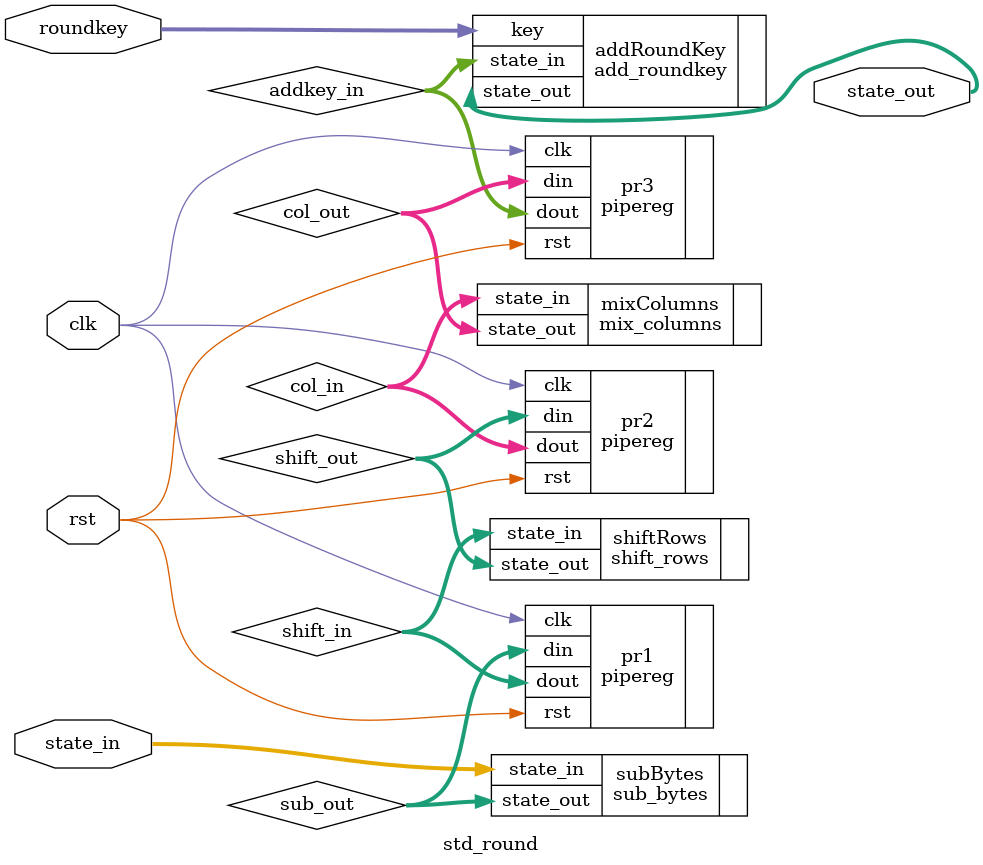
<source format=v>



module std_round (/*AUTOARG*/
   // Outputs
   state_out,
   // Inputs
   state_in, roundkey, clk, rst
   );

input [0:127] state_in, roundkey;
 
input      clk, rst;
   
output [0:127] state_out;

wire [0:127] sub_out, shift_in, shift_out, col_in, col_out,
	     addkey_in;


sub_bytes subBytes (.state_in(state_in), .state_out(sub_out));

pipereg pr1 (.din(sub_out), .dout(shift_in), .clk(clk), .rst(rst)); 

shift_rows shiftRows(.state_in(shift_in), .state_out(shift_out));

pipereg pr2 (.din(shift_out), .dout(col_in), .clk(clk), .rst(rst));

mix_columns mixColumns (.state_in(col_in), .state_out(col_out));

pipereg pr3 (.din(col_out), .dout(addkey_in), .clk(clk), .rst(rst));

add_roundkey addRoundKey(.state_in(addkey_in), .state_out(state_out), .key(roundkey));





endmodule



</source>
